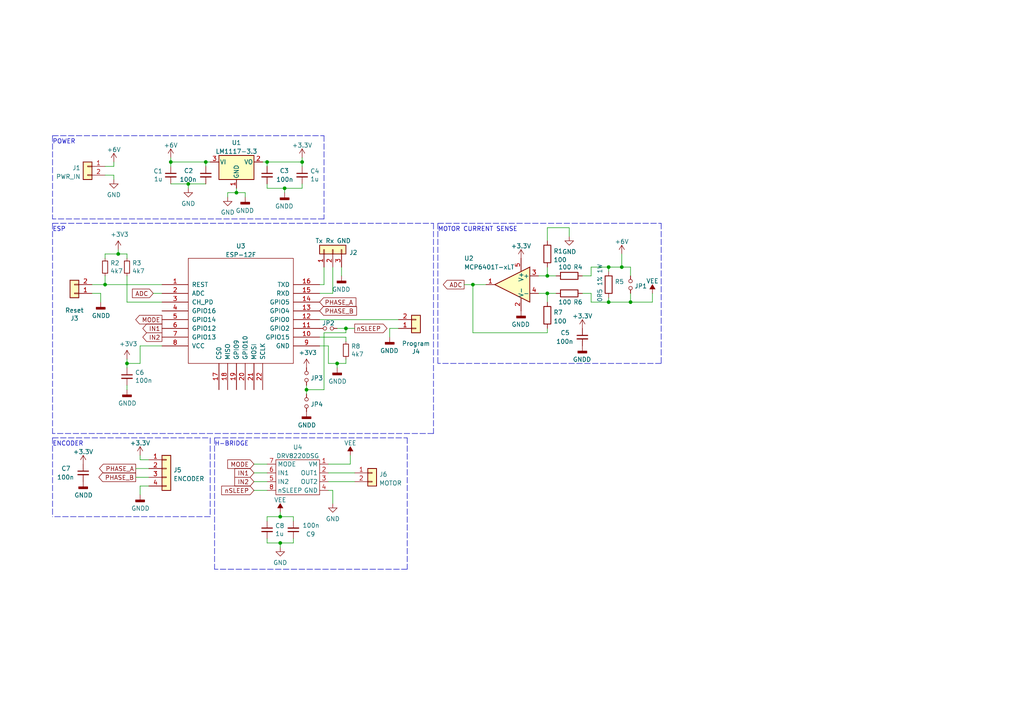
<source format=kicad_sch>
(kicad_sch (version 20211123) (generator eeschema)
  (paper "A4")
  (title_block (title "SmartShades") (date "2023-05-27") (rev "A") (company "Paweł Warzech"))
  (lib_symbols
    (symbol "Amplifier_Operational:MCP6401T-xLT" (pin_names (offset 0.127))
      (property "Reference" "U" (at -1.27 6.35 0))
      (property "Value" "MCP6401T-xLT" (at -1.27 3.81 0))
      (symbol "MCP6401T-xLT_0_1"
        (polyline (pts (xy -5.08 5.08) (xy 5.08 0) (xy -5.08 -5.08) (xy -5.08 5.08)) (stroke (width 0.254)) (fill (type background)))
        (pin power_in line (at -2.54 -7.62 90) (length 3.81) (name "V-") (number "2"))
        (pin power_in line (at -2.54 7.62 270) (length 3.81) (name "V+") (number "5"))
      )
      (symbol "MCP6401T-xLT_1_1"
        (pin output line (at 7.62 0 180) (length 2.54) (name "~") (number "1"))
        (pin input line (at -7.62 2.54 0) (length 2.54) (name "+") (number "3"))
        (pin input line (at -7.62 -2.54 0) (length 2.54) (name "-") (number "4"))
      )
    )
    (symbol "Connector_Generic:Conn_01x02" (pin_names (offset 1.016) hide)
      (property "Reference" "J" (at 0 2.54 0))
      (property "Value" "Conn_01x02" (at 0 -5.08 0))
      (symbol "Conn_01x02_1_1"
        (rectangle (start -1.27 -2.413) (end 0 -2.667) (stroke (width 0.1524)))
        (rectangle (start -1.27 0.127) (end 0 -0.127) (stroke (width 0.1524)))
        (rectangle (start -1.27 1.27) (end 1.27 -3.81) (stroke (width 0.254)) (fill (type background)))
        (pin passive line (at -5.08 0 0) (length 3.81) (name "Pin_1") (number "1"))
        (pin passive line (at -5.08 -2.54 0) (length 3.81) (name "Pin_2") (number "2"))
      )
    )
    (symbol "Connector_Generic:Conn_01x03" (pin_names (offset 1.016) hide)
      (property "Reference" "J" (at 0 5.08 0))
      (property "Value" "Conn_01x03" (at 0 -5.08 0))
      (symbol "Conn_01x03_1_1"
        (rectangle (start -1.27 -2.413) (end 0 -2.667) (stroke (width 0.1524)))
        (rectangle (start -1.27 0.127) (end 0 -0.127) (stroke (width 0.1524)))
        (rectangle (start -1.27 2.667) (end 0 2.413) (stroke (width 0.1524)))
        (rectangle (start -1.27 3.81) (end 1.27 -3.81) (stroke (width 0.254)) (fill (type background)))
        (pin passive line (at -5.08 2.54 0) (length 3.81) (name "Pin_1") (number "1"))
        (pin passive line (at -5.08 0 0) (length 3.81) (name "Pin_2") (number "2"))
        (pin passive line (at -5.08 -2.54 0) (length 3.81) (name "Pin_3") (number "3"))
      )
    )
    (symbol "Connector_Generic:Conn_01x04" (pin_names (offset 1.016) hide)
      (property "Reference" "J" (at 0 5.08 0))
      (property "Value" "Conn_01x04" (at 0 -7.62 0))
      (symbol "Conn_01x04_1_1"
        (rectangle (start -1.27 -4.953) (end 0 -5.207) (stroke (width 0.1524)))
        (rectangle (start -1.27 -2.413) (end 0 -2.667) (stroke (width 0.1524)))
        (rectangle (start -1.27 0.127) (end 0 -0.127) (stroke (width 0.1524)))
        (rectangle (start -1.27 2.667) (end 0 2.413) (stroke (width 0.1524)))
        (rectangle (start -1.27 3.81) (end 1.27 -6.35) (stroke (width 0.254)) (fill (type background)))
        (pin passive line (at -5.08 2.54 0) (length 3.81) (name "Pin_1") (number "1"))
        (pin passive line (at -5.08 0 0) (length 3.81) (name "Pin_2") (number "2"))
        (pin passive line (at -5.08 -2.54 0) (length 3.81) (name "Pin_3") (number "3"))
        (pin passive line (at -5.08 -5.08 0) (length 3.81) (name "Pin_4") (number "4"))
      )
    )
    (symbol "Device:C_Small" (pin_numbers hide) (pin_names (offset 0.254) hide)
      (property "Reference" "C" (at 0.254 1.778 0))
      (property "Value" "C_Small" (at 0.254 -2.032 0))
      (symbol "C_Small_0_1"
        (polyline (pts (xy -1.524 -0.508) (xy 1.524 -0.508)) (stroke (width 0.3302)))
        (polyline (pts (xy -1.524 0.508) (xy 1.524 0.508)) (stroke (width 0.3048)))
      )
      (symbol "C_Small_1_1"
        (pin passive line (at 0 2.54 270) (length 2.032) (name "~") (number "1"))
        (pin passive line (at 0 -2.54 90) (length 2.032) (name "~") (number "2"))
      )
    )
    (symbol "Device:R" (pin_numbers hide) (pin_names (offset 0))
      (property "Reference" "R" (at 2.032 0 90))
      (property "Value" "R" (at 0 0 90))
      (symbol "R_0_1"
        (rectangle (start -1.016 -2.54) (end 1.016 2.54) (stroke (width 0.254)))
      )
      (symbol "R_1_1"
        (pin passive line (at 0 3.81 270) (length 1.27) (name "~") (number "1"))
        (pin passive line (at 0 -3.81 90) (length 1.27) (name "~") (number "2"))
      )
    )
    (symbol "Device:R_Small" (pin_numbers hide) (pin_names (offset 0.254) hide)
      (property "Reference" "R" (at 0.762 0.508 0))
      (property "Value" "R_Small" (at 0.762 -1.016 0))
      (symbol "R_Small_0_1"
        (rectangle (start -0.762 1.778) (end 0.762 -1.778) (stroke (width 0.2032)))
      )
      (symbol "R_Small_1_1"
        (pin passive line (at 0 2.54 270) (length 0.762) (name "~") (number "1"))
        (pin passive line (at 0 -2.54 90) (length 0.762) (name "~") (number "2"))
      )
    )
    (symbol "ESP8266:ESP-12F" (pin_names (offset 1.016))
      (property "Reference" "U" (at 0 -2.54 0))
      (property "Value" "ESP-12F" (at 0 2.54 0))
      (symbol "ESP-12F_1_0"
        (rectangle (start -15.24 -15.24) (end 15.24 15.24))
      )
      (symbol "ESP-12F_1_1"
        (pin input line (at -22.86 7.62 0) (length 7.62) (name "REST") (number "1"))
        (pin bidirectional line (at 22.86 -7.62 180) (length 7.62) (name "GPIO15") (number "10"))
        (pin bidirectional line (at 22.86 -5.08 180) (length 7.62) (name "GPIO2") (number "11"))
        (pin bidirectional line (at 22.86 -2.54 180) (length 7.62) (name "GPIO0") (number "12"))
        (pin bidirectional line (at 22.86 0 180) (length 7.62) (name "GPIO4") (number "13"))
        (pin bidirectional line (at 22.86 2.54 180) (length 7.62) (name "GPIO5") (number "14"))
        (pin input line (at 22.86 5.08 180) (length 7.62) (name "RXD") (number "15"))
        (pin output line (at 22.86 7.62 180) (length 7.62) (name "TXD") (number "16"))
        (pin bidirectional line (at -6.35 -22.86 90) (length 7.62) (name "CS0") (number "17"))
        (pin bidirectional line (at -3.81 -22.86 90) (length 7.62) (name "MISO") (number "18"))
        (pin bidirectional line (at -1.27 -22.86 90) (length 7.62) (name "GPIO9") (number "19"))
        (pin passive line (at -22.86 5.08 0) (length 7.62) (name "ADC") (number "2"))
        (pin bidirectional line (at 1.27 -22.86 90) (length 7.62) (name "GPIO10") (number "20"))
        (pin bidirectional line (at 3.81 -22.86 90) (length 7.62) (name "MOSI") (number "21"))
        (pin bidirectional line (at 6.35 -22.86 90) (length 7.62) (name "SCLK") (number "22"))
        (pin input line (at -22.86 2.54 0) (length 7.62) (name "CH_PD") (number "3"))
        (pin bidirectional line (at -22.86 0 0) (length 7.62) (name "GPIO16") (number "4"))
        (pin bidirectional line (at -22.86 -2.54 0) (length 7.62) (name "GPIO14") (number "5"))
        (pin bidirectional line (at -22.86 -5.08 0) (length 7.62) (name "GPIO12") (number "6"))
        (pin bidirectional line (at -22.86 -7.62 0) (length 7.62) (name "GPIO13") (number "7"))
        (pin power_in line (at -22.86 -10.16 0) (length 7.62) (name "VCC") (number "8"))
        (pin power_in line (at 22.86 -10.16 180) (length 7.62) (name "GND") (number "9"))
      )
    )
    (symbol "Regulator_Linear:LM1117-3.3" (pin_names (offset 0.254))
      (property "Reference" "U" (at -3.81 3.175 0))
      (property "Value" "LM1117-3.3" (at 0 3.175 0))
      (symbol "LM1117-3.3_0_1"
        (rectangle (start -5.08 -5.08) (end 5.08 1.905) (stroke (width 0.254)) (fill (type background)))
      )
      (symbol "LM1117-3.3_1_1"
        (pin power_in line (at 0 -7.62 90) (length 2.54) (name "GND") (number "1"))
        (pin power_out line (at 7.62 0 180) (length 2.54) (name "VO") (number "2"))
        (pin power_in line (at -7.62 0 0) (length 2.54) (name "VI") (number "3"))
      )
    )
    (symbol "WifiSensor-rescue:+3.3V-power" (power) (pin_names (offset 0))
      (property "Value" "+3.3V-power" (at 0 3.556 0))
      (symbol "+3.3V-power_0_1"
        (polyline (pts (xy -0.762 1.27) (xy 0 2.54)))
        (polyline (pts (xy 0 0) (xy 0 2.54)))
        (polyline (pts (xy 0 2.54) (xy 0.762 1.27)))
      )
      (symbol "+3.3V-power_1_1"
        (pin power_in line (at 0 0 90) (length 0) hide (name "+3V3") (number "1"))
      )
    )
    (symbol "device:Jumper_NO_Small" (pin_numbers hide) (pin_names (offset 0.762) hide)
      (property "Reference" "JP" (at 0 2.032 0))
      (symbol "Jumper_NO_Small_0_1"
        (circle (center -1.016 0) (radius 0.508))
        (circle (center 1.016 0) (radius 0.508))
        (pin passive line (at -2.54 0 0) (length 1.016) (name "1") (number "1"))
        (pin passive line (at 2.54 0 180) (length 1.016) (name "2") (number "2"))
      )
    )
    (symbol "drv8220:DRV8220DSG"
      (property "Reference" "U20" (at 0 8.729 0))
      (property "Value" "DRV8220DSG" (at 0 6.1921 0))
      (symbol "DRV8220DSG_0_1"
        (rectangle (start -6.35 5.08) (end 6.35 -5.08) (stroke (width 0.1524)))
      )
      (symbol "DRV8220DSG_1_1"
        (pin power_in line (at 8.89 3.81 180) (length 2.54) (name "VM") (number "1"))
        (pin power_in line (at 8.89 1.27 180) (length 2.54) (name "OUT1") (number "2"))
        (pin output line (at 8.89 -1.27 180) (length 2.54) (name "OUT2") (number "3"))
        (pin power_in line (at 8.89 -3.81 180) (length 2.54) (name "GND") (number "4"))
        (pin input line (at -8.89 -1.27 0) (length 2.54) (name "IN2") (number "5"))
        (pin input line (at -8.89 1.27 0) (length 2.54) (name "IN1") (number "6"))
        (pin input line (at -8.89 3.81 0) (length 2.54) (name "MODE") (number "7"))
        (pin power_in line (at -8.89 -3.81 0) (length 2.54) (name "nSLEEP") (number "8"))
        (pin passive line (at 8.89 -3.81 180) (length 2.54) hide (name "Pad") (number "9"))
      )
    )
    (symbol "power:+3.3V" (power) (pin_names (offset 0))
      (property "Value" "+3.3V" (at 0 3.556 0))
      (symbol "+3.3V_0_1"
        (polyline (pts (xy -0.762 1.27) (xy 0 2.54)))
        (polyline (pts (xy 0 0) (xy 0 2.54)))
        (polyline (pts (xy 0 2.54) (xy 0.762 1.27)))
      )
      (symbol "+3.3V_1_1"
        (pin power_in line (at 0 0 90) (length 0) hide (name "+3.3V") (number "1"))
      )
    )
    (symbol "power:+6V" (power) (pin_names (offset 0))
      (property "Value" "+6V" (at 0 3.556 0))
      (symbol "+6V_0_1"
        (polyline (pts (xy -0.762 1.27) (xy 0 2.54)))
        (polyline (pts (xy 0 0) (xy 0 2.54)))
        (polyline (pts (xy 0 2.54) (xy 0.762 1.27)))
      )
      (symbol "+6V_1_1"
        (pin power_in line (at 0 0 90) (length 0) hide (name "+6V") (number "1"))
      )
    )
    (symbol "power:GND" (power) (pin_names (offset 0))
      (property "Value" "GND" (at 0 -3.81 0))
      (symbol "GND_0_1"
        (polyline (pts (xy 0 0) (xy 0 -1.27) (xy 1.27 -1.27) (xy 0 -2.54) (xy -1.27 -1.27) (xy 0 -1.27)))
      )
      (symbol "GND_1_1"
        (pin power_in line (at 0 0 270) (length 0) hide (name "GND") (number "1"))
      )
    )
    (symbol "power:GNDD" (power) (pin_names (offset 0))
      (property "Value" "GNDD" (at 0 -3.175 0))
      (symbol "GNDD_0_1"
        (rectangle (start -1.27 -1.524) (end 1.27 -2.032) (stroke (width 0.254)) (fill (type outline)))
        (polyline (pts (xy 0 0) (xy 0 -1.524)))
      )
      (symbol "GNDD_1_1"
        (pin power_in line (at 0 0 270) (length 0) hide (name "GNDD") (number "1"))
      )
    )
    (symbol "power:VEE" (power) (pin_names (offset 0))
      (property "Value" "VEE" (at 0 3.81 0))
      (symbol "VEE_0_1"
        (polyline (pts (xy 0 0) (xy 0 2.54)))
        (polyline (pts (xy 0.762 1.27) (xy -0.762 1.27) (xy 0 2.54) (xy 0.762 1.27)) (fill (type outline)))
      )
      (symbol "VEE_1_1"
        (pin power_in line (at 0 0 90) (length 0) hide (name "VEE") (number "1"))
      )
    )
  )
  (junction (at 176.53 77.47))
  (junction (at 100.33 95.25))
  (junction (at 82.55 54.61))
  (junction (at 81.28 157.48))
  (junction (at 182.88 87.63))
  (junction (at 180.34 77.47))
  (junction (at 49.53 46.99))
  (junction (at 88.9 113.03))
  (junction (at 158.75 80.01))
  (junction (at 81.28 149.86))
  (junction (at 54.61 53.34))
  (junction (at 68.58 55.88))
  (junction (at 176.53 87.63))
  (junction (at 137.16 82.55))
  (junction (at 97.79 105.41))
  (junction (at 34.29 73.66))
  (junction (at 30.48 82.55))
  (junction (at 77.47 46.99))
  (junction (at 36.83 105.41))
  (junction (at 158.75 85.09))
  (junction (at 87.63 46.99))
  (junction (at 59.69 46.99))
  (wire (pts (xy 36.83 87.63) (xy 46.99 87.63)))
  (wire (pts (xy 158.75 96.52) (xy 137.16 96.52)))
  (wire (pts (xy 59.69 46.99) (xy 59.69 48.26)))
  (wire (pts (xy 81.28 149.86) (xy 81.28 148.59)))
  (polyline (pts (xy 127 64.77) (xy 127 105.41)))
  (wire (pts (xy 171.45 85.09) (xy 171.45 87.63)))
  (wire (pts (xy 92.71 97.79) (xy 100.33 97.79)))
  (wire (pts (xy 36.83 80.01) (xy 36.83 87.63)))
  (wire (pts (xy 97.79 106.68) (xy 97.79 105.41)))
  (wire (pts (xy 95.25 100.33) (xy 92.71 100.33)))
  (polyline (pts (xy 93.98 63.5) (xy 15.24 63.5)))
  (polyline (pts (xy 15.24 127) (xy 60.96 127)))
  (wire (pts (xy 34.29 73.66) (xy 36.83 73.66)))
  (wire (pts (xy 134.62 82.55) (xy 137.16 82.55)))
  (wire (pts (xy 49.53 46.99) (xy 49.53 48.26)))
  (wire (pts (xy 40.64 133.35) (xy 43.18 133.35)))
  (wire (pts (xy 158.75 66.04) (xy 165.1 66.04)))
  (polyline (pts (xy 15.24 127) (xy 15.24 149.86)))
  (wire (pts (xy 73.66 142.24) (xy 77.47 142.24)))
  (wire (pts (xy 100.33 97.79) (xy 100.33 99.06)))
  (wire (pts (xy 76.2 46.99) (xy 77.47 46.99)))
  (wire (pts (xy 158.75 80.01) (xy 161.29 80.01)))
  (wire (pts (xy 82.55 54.61) (xy 82.55 55.88)))
  (wire (pts (xy 176.53 87.63) (xy 182.88 87.63)))
  (wire (pts (xy 81.28 149.86) (xy 85.09 149.86)))
  (wire (pts (xy 95.25 137.16) (xy 102.87 137.16)))
  (wire (pts (xy 97.79 95.25) (xy 100.33 95.25)))
  (polyline (pts (xy 15.24 64.77) (xy 125.73 64.77)))
  (wire (pts (xy 36.83 73.66) (xy 36.83 74.93)))
  (wire (pts (xy 156.21 85.09) (xy 158.75 85.09)))
  (wire (pts (xy 92.71 82.55) (xy 93.98 82.55)))
  (wire (pts (xy 26.67 85.09) (xy 29.21 85.09)))
  (polyline (pts (xy 127 64.77) (xy 191.77 64.77)))
  (polyline (pts (xy 15.24 64.77) (xy 15.24 125.73)))
  (wire (pts (xy 73.66 134.62) (xy 77.47 134.62)))
  (polyline (pts (xy 118.11 127) (xy 118.11 165.1)))
  (wire (pts (xy 158.75 95.25) (xy 158.75 96.52)))
  (wire (pts (xy 99.06 80.01) (xy 99.06 77.47)))
  (polyline (pts (xy 15.24 39.37) (xy 15.24 63.5)))
  (wire (pts (xy 77.47 53.34) (xy 77.47 54.61)))
  (wire (pts (xy 100.33 105.41) (xy 100.33 104.14)))
  (wire (pts (xy 113.03 95.25) (xy 115.57 95.25)))
  (wire (pts (xy 176.53 77.47) (xy 180.34 77.47)))
  (wire (pts (xy 95.25 139.7) (xy 102.87 139.7)))
  (wire (pts (xy 176.53 86.36) (xy 176.53 87.63)))
  (wire (pts (xy 92.71 85.09) (xy 96.52 85.09)))
  (wire (pts (xy 137.16 96.52) (xy 137.16 82.55)))
  (wire (pts (xy 40.64 132.08) (xy 40.64 133.35)))
  (wire (pts (xy 96.52 142.24) (xy 96.52 146.05)))
  (polyline (pts (xy 191.77 64.77) (xy 191.77 105.41)))
  (wire (pts (xy 40.64 105.41) (xy 40.64 100.33)))
  (wire (pts (xy 44.45 85.09) (xy 46.99 85.09)))
  (wire (pts (xy 77.47 156.21) (xy 77.47 157.48)))
  (wire (pts (xy 33.02 50.8) (xy 33.02 52.07)))
  (wire (pts (xy 88.9 113.03) (xy 93.98 113.03)))
  (wire (pts (xy 36.83 105.41) (xy 36.83 106.68)))
  (polyline (pts (xy 191.77 105.41) (xy 127 105.41)))
  (wire (pts (xy 68.58 54.61) (xy 68.58 55.88)))
  (wire (pts (xy 40.64 100.33) (xy 46.99 100.33)))
  (wire (pts (xy 59.69 46.99) (xy 60.96 46.99)))
  (wire (pts (xy 77.47 149.86) (xy 81.28 149.86)))
  (wire (pts (xy 40.64 143.51) (xy 40.64 140.97)))
  (wire (pts (xy 100.33 96.52) (xy 100.33 95.25)))
  (wire (pts (xy 30.48 82.55) (xy 46.99 82.55)))
  (wire (pts (xy 165.1 66.04) (xy 165.1 68.58)))
  (wire (pts (xy 180.34 73.66) (xy 180.34 77.47)))
  (wire (pts (xy 97.79 105.41) (xy 100.33 105.41)))
  (wire (pts (xy 93.98 96.52) (xy 100.33 96.52)))
  (wire (pts (xy 85.09 157.48) (xy 85.09 156.21)))
  (wire (pts (xy 158.75 85.09) (xy 158.75 87.63)))
  (polyline (pts (xy 125.73 64.77) (xy 125.73 125.73)))
  (wire (pts (xy 30.48 82.55) (xy 26.67 82.55)))
  (wire (pts (xy 49.53 46.99) (xy 59.69 46.99)))
  (wire (pts (xy 54.61 53.34) (xy 59.69 53.34)))
  (wire (pts (xy 30.48 74.93) (xy 30.48 73.66)))
  (wire (pts (xy 49.53 45.72) (xy 49.53 46.99)))
  (wire (pts (xy 171.45 77.47) (xy 176.53 77.47)))
  (wire (pts (xy 87.63 48.26) (xy 87.63 46.99)))
  (wire (pts (xy 33.02 48.26) (xy 33.02 46.99)))
  (wire (pts (xy 81.28 157.48) (xy 81.28 158.75)))
  (wire (pts (xy 171.45 87.63) (xy 176.53 87.63)))
  (wire (pts (xy 95.25 142.24) (xy 96.52 142.24)))
  (wire (pts (xy 88.9 111.76) (xy 88.9 113.03)))
  (wire (pts (xy 156.21 80.01) (xy 158.75 80.01)))
  (wire (pts (xy 168.91 80.01) (xy 171.45 80.01)))
  (polyline (pts (xy 62.23 127) (xy 62.23 165.1)))
  (wire (pts (xy 39.37 138.43) (xy 43.18 138.43)))
  (wire (pts (xy 180.34 77.47) (xy 182.88 77.47)))
  (wire (pts (xy 68.58 55.88) (xy 71.12 55.88)))
  (wire (pts (xy 77.47 157.48) (xy 81.28 157.48)))
  (wire (pts (xy 171.45 80.01) (xy 171.45 77.47)))
  (wire (pts (xy 30.48 48.26) (xy 33.02 48.26)))
  (wire (pts (xy 77.47 54.61) (xy 82.55 54.61)))
  (polyline (pts (xy 15.24 39.37) (xy 93.98 39.37)))
  (wire (pts (xy 95.25 134.62) (xy 101.6 134.62)))
  (wire (pts (xy 30.48 82.55) (xy 30.48 80.01)))
  (wire (pts (xy 100.33 95.25) (xy 102.87 95.25)))
  (wire (pts (xy 87.63 54.61) (xy 87.63 53.34)))
  (wire (pts (xy 182.88 85.09) (xy 182.88 87.63)))
  (wire (pts (xy 77.47 46.99) (xy 87.63 46.99)))
  (wire (pts (xy 77.47 46.99) (xy 77.47 48.26)))
  (wire (pts (xy 36.83 113.03) (xy 36.83 111.76)))
  (wire (pts (xy 73.66 137.16) (xy 77.47 137.16)))
  (wire (pts (xy 92.71 92.71) (xy 115.57 92.71)))
  (wire (pts (xy 158.75 77.47) (xy 158.75 80.01)))
  (polyline (pts (xy 60.96 127) (xy 60.96 149.86)))
  (wire (pts (xy 36.83 104.14) (xy 36.83 105.41)))
  (wire (pts (xy 77.47 151.13) (xy 77.47 149.86)))
  (wire (pts (xy 30.48 73.66) (xy 34.29 73.66)))
  (wire (pts (xy 168.91 85.09) (xy 171.45 85.09)))
  (wire (pts (xy 158.75 85.09) (xy 161.29 85.09)))
  (wire (pts (xy 29.21 85.09) (xy 29.21 87.63)))
  (wire (pts (xy 137.16 82.55) (xy 140.97 82.55)))
  (wire (pts (xy 49.53 53.34) (xy 54.61 53.34)))
  (wire (pts (xy 40.64 140.97) (xy 43.18 140.97)))
  (wire (pts (xy 66.04 55.88) (xy 66.04 57.15)))
  (wire (pts (xy 39.37 135.89) (xy 43.18 135.89)))
  (wire (pts (xy 189.23 85.09) (xy 189.23 87.63)))
  (wire (pts (xy 30.48 50.8) (xy 33.02 50.8)))
  (polyline (pts (xy 118.11 165.1) (xy 62.23 165.1)))
  (wire (pts (xy 85.09 149.86) (xy 85.09 151.13)))
  (polyline (pts (xy 93.98 39.37) (xy 93.98 63.5)))
  (wire (pts (xy 66.04 55.88) (xy 68.58 55.88)))
  (polyline (pts (xy 60.96 149.86) (xy 15.24 149.86)))
  (wire (pts (xy 71.12 55.88) (xy 71.12 57.15)))
  (wire (pts (xy 182.88 80.01) (xy 182.88 77.47)))
  (wire (pts (xy 158.75 69.85) (xy 158.75 66.04)))
  (wire (pts (xy 96.52 77.47) (xy 96.52 85.09)))
  (wire (pts (xy 88.9 113.03) (xy 88.9 114.3)))
  (wire (pts (xy 113.03 97.79) (xy 113.03 95.25)))
  (wire (pts (xy 95.25 100.33) (xy 95.25 105.41)))
  (wire (pts (xy 82.55 54.61) (xy 87.63 54.61)))
  (polyline (pts (xy 62.23 127) (xy 118.11 127)))
  (wire (pts (xy 34.29 73.66) (xy 34.29 72.39)))
  (wire (pts (xy 97.79 105.41) (xy 95.25 105.41)))
  (wire (pts (xy 54.61 53.34) (xy 54.61 54.61)))
  (wire (pts (xy 87.63 45.72) (xy 87.63 46.99)))
  (wire (pts (xy 176.53 77.47) (xy 176.53 78.74)))
  (wire (pts (xy 73.66 139.7) (xy 77.47 139.7)))
  (wire (pts (xy 36.83 105.41) (xy 40.64 105.41)))
  (wire (pts (xy 93.98 113.03) (xy 93.98 96.52)))
  (wire (pts (xy 182.88 87.63) (xy 189.23 87.63)))
  (wire (pts (xy 93.98 77.47) (xy 93.98 82.55)))
  (polyline (pts (xy 125.73 125.73) (xy 15.24 125.73)))
  (wire (pts (xy 101.6 132.08) (xy 101.6 134.62)))
  (wire (pts (xy 81.28 157.48) (xy 85.09 157.48)))
  (text "POWER\n" (at 15.24 41.91 0) (effects (font (size 1.27 1.27)) (justify left bottom)))
  (text "MOTOR CURRENT SENSE\n" (at 127 67.31 0) (effects (font (size 1.27 1.27)) (justify left bottom)))
  (text "ENCODER" (at 15.24 129.54 0) (effects (font (size 1.27 1.27)) (justify left bottom)))
  (text "H-BRIDGE" (at 62.23 129.54 0) (effects (font (size 1.27 1.27)) (justify left bottom)))
  (text "ESP\n" (at 15.24 67.31 0) (effects (font (size 1.27 1.27)) (justify left bottom)))
  (global_label "PHASE_B" (shape input) (at 92.71 90.17 0) (property "Intersheet References" "${INTERSHEET_REFS}" (effects hide)))
  (global_label "IN2" (shape output) (at 46.99 97.79 180) (property "Intersheet References" "${INTERSHEET_REFS}" (effects hide)))
  (global_label "MODE" (shape input) (at 73.66 134.62 180) (property "Intersheet References" "${INTERSHEET_REFS}" (effects hide)))
  (global_label "IN1" (shape output) (at 46.99 95.25 180) (property "Intersheet References" "${INTERSHEET_REFS}" (effects hide)))
  (global_label "IN1" (shape input) (at 73.66 137.16 180) (property "Intersheet References" "${INTERSHEET_REFS}" (effects hide)))
  (global_label "PHASE_A" (shape input) (at 92.71 87.63 0) (property "Intersheet References" "${INTERSHEET_REFS}" (effects hide)))
  (global_label "PHASE_B" (shape output) (at 39.37 138.43 180) (property "Intersheet References" "${INTERSHEET_REFS}" (effects hide)))
  (global_label "ADC" (shape output) (at 134.62 82.55 180) (property "Intersheet References" "${INTERSHEET_REFS}" (effects hide)))
  (global_label "IN2" (shape input) (at 73.66 139.7 180) (property "Intersheet References" "${INTERSHEET_REFS}" (effects hide)))
  (global_label "nSLEEP" (shape input) (at 73.66 142.24 180) (property "Intersheet References" "${INTERSHEET_REFS}" (effects hide)))
  (global_label "nSLEEP" (shape output) (at 102.87 95.25 0) (property "Intersheet References" "${INTERSHEET_REFS}" (effects hide)))
  (global_label "ADC" (shape input) (at 44.45 85.09 180) (property "Intersheet References" "${INTERSHEET_REFS}" (effects hide)))
  (global_label "PHASE_A" (shape output) (at 39.37 135.89 180) (property "Intersheet References" "${INTERSHEET_REFS}" (effects hide)))
  (global_label "MODE" (shape output) (at 46.99 92.71 180) (property "Intersheet References" "${INTERSHEET_REFS}" (effects hide)))
  (symbol (lib_id "ESP8266:ESP-12F") (at 69.85 90.17 0) (unit 1)
    (property "Reference" "U3" (at 69.85 71.3572 0))
    (property "Value" "ESP-12F" (at 69.85 73.8941 0))
    (property "Footprint" "ESP8266:ESP-12E_SMD" (effects hide))
    (property "Datasheet" "http://l0l.org.uk/2014/12/esp8266-modules-hardware-guide-gotta-catch-em-all/" (effects hide))
  )
  (symbol (lib_id "power:GNDD") (at 82.55 55.88 0) (mirror y) (unit 1)
    (property "Reference" "#PWR06" (effects hide))
    (property "Value" "GNDD" (at 82.4484 59.817 0))
  )
  (symbol (lib_id "power:+6V") (at 49.53 45.72 0) (mirror y) (unit 1)
    (property "Reference" "#PWR01" (effects hide))
    (property "Value" "+6V" (at 49.53 42.1442 0))
  )
  (symbol (lib_id "power:GNDD") (at 40.64 143.51 0) (unit 1)
    (property "Reference" "#PWR026" (effects hide))
    (property "Value" "GNDD" (at 40.7416 147.447 0))
  )
  (symbol (lib_id "power:GND") (at 96.52 146.05 0) (unit 1)
    (property "Reference" "#PWR027" (effects hide))
    (property "Value" "GND" (at 96.52 150.4934 0))
  )
  (symbol (lib_id "Device:C_Small") (at 36.83 109.22 0) (unit 1)
    (property "Reference" "C6" (at 39.1668 108.0516 0) (effects (justify left)))
    (property "Value" "100n" (at 39.1668 110.363 0) (effects (justify left)))
    (property "Footprint" "Capacitor_SMD:C_0805_2012Metric" (effects hide))
  )
  (symbol (lib_id "Device:C_Small") (at 77.47 50.8 0) (mirror y) (unit 1)
    (property "Reference" "C3" (at 83.82 49.53 0) (effects (justify left)))
    (property "Value" "100n" (at 85.09 52.07 0) (effects (justify left)))
    (property "Footprint" "Capacitor_SMD:C_0805_2012Metric" (effects hide))
  )
  (symbol (lib_id "power:GNDD") (at 88.9 119.38 0) (unit 1)
    (property "Reference" "#PWR021" (effects hide))
    (property "Value" "GNDD" (at 89.0016 123.317 0))
  )
  (symbol (lib_id "power:GND") (at 66.04 57.15 0) (mirror y) (unit 1)
    (property "Reference" "#PWR07" (effects hide))
    (property "Value" "GND" (at 66.04 61.5934 0))
  )
  (symbol (lib_id "device:Jumper_NO_Small") (at 182.88 82.55 270) (unit 1)
    (property "Reference" "JP1" (at 184.023 82.9838 90) (effects (justify left)))
    (property "Value" "Jumper_NO_Small" (effects hide))
    (property "Footprint" "Jumper:SolderJumper-2_P1.3mm_Open_RoundedPad1.0x1.5mm" (effects hide))
  )
  (symbol (lib_id "Device:R") (at 165.1 80.01 90) (unit 1)
    (property "Reference" "R4" (at 167.64 77.47 90))
    (property "Value" "100" (at 163.83 77.47 90))
    (property "Footprint" "Resistor_SMD:R_0805_2012Metric" (effects hide))
  )
  (symbol (lib_id "power:GND") (at 165.1 68.58 0) (unit 1)
    (property "Reference" "#PWR09" (effects hide))
    (property "Value" "GND" (at 165.1 73.0234 0))
  )
  (symbol (lib_id "WifiSensor-rescue:+3.3V-power") (at 34.29 72.39 0) (unit 1)
    (property "Reference" "#U01" (effects hide))
    (property "Value" "+3.3V" (at 34.671 67.9958 0))
  )
  (symbol (lib_id "power:GNDD") (at 29.21 87.63 0) (unit 1)
    (property "Reference" "#PWR014" (effects hide))
    (property "Value" "GNDD" (at 29.3116 91.567 0))
  )
  (symbol (lib_id "power:GNDD") (at 36.83 113.03 0) (unit 1)
    (property "Reference" "#PWR020" (effects hide))
    (property "Value" "GNDD" (at 36.9316 116.967 0))
  )
  (symbol (lib_id "power:VEE") (at 101.6 132.08 0) (unit 1)
    (property "Reference" "#PWR023" (effects hide))
    (property "Value" "VEE" (at 101.6 128.5042 0))
  )
  (symbol (lib_id "Device:C_Small") (at 77.47 153.67 0) (unit 1)
    (property "Reference" "C8" (at 79.8068 152.5016 0) (effects (justify left)))
    (property "Value" "1u" (at 79.8068 154.813 0) (effects (justify left)))
    (property "Footprint" "Capacitor_SMD:C_0805_2012Metric" (effects hide))
  )
  (symbol (lib_id "power:+3.3V") (at 24.13 134.62 0) (unit 1)
    (property "Reference" "#PWR024" (effects hide))
    (property "Value" "+3.3V" (at 24.13 131.0442 0))
  )
  (symbol (lib_id "Connector_Generic:Conn_01x02") (at 21.59 85.09 180) (unit 1)
    (property "Reference" "J3" (at 21.59 92.329 0))
    (property "Value" "Reset" (at 21.59 90.0176 0))
    (property "Footprint" "Jumper:SolderJumper-2_P1.3mm_Open_RoundedPad1.0x1.5mm" (effects hide))
  )
  (symbol (lib_id "power:+6V") (at 180.34 73.66 0) (unit 1)
    (property "Reference" "#PWR010" (effects hide))
    (property "Value" "+6V" (at 180.34 70.0842 0))
  )
  (symbol (lib_id "power:+3.3V") (at 87.63 45.72 0) (unit 1)
    (property "Reference" "#PWR02" (effects hide))
    (property "Value" "+3.3V" (at 87.63 42.1442 0))
  )
  (symbol (lib_id "Device:R") (at 165.1 85.09 90) (unit 1)
    (property "Reference" "R6" (at 167.64 87.63 90))
    (property "Value" "100" (at 163.83 87.63 90))
    (property "Footprint" "Resistor_SMD:R_0805_2012Metric" (effects hide))
  )
  (symbol (lib_id "power:GNDD") (at 97.79 106.68 0) (unit 1)
    (property "Reference" "#PWR019" (effects hide))
    (property "Value" "GNDD" (at 97.8916 110.617 0))
  )
  (symbol (lib_id "Device:C_Small") (at 87.63 50.8 0) (unit 1)
    (property "Reference" "C4" (at 89.9668 49.6316 0) (effects (justify left)))
    (property "Value" "1u" (at 89.9668 51.943 0) (effects (justify left)))
    (property "Footprint" "Capacitor_SMD:C_0805_2012Metric" (effects hide))
  )
  (symbol (lib_id "power:+3.3V") (at 40.64 132.08 0) (unit 1)
    (property "Reference" "#PWR022" (effects hide))
    (property "Value" "+3.3V" (at 40.64 128.5042 0))
  )
  (symbol (lib_id "power:GND") (at 81.28 158.75 0) (unit 1)
    (property "Reference" "#PWR029" (effects hide))
    (property "Value" "GND" (at 81.28 163.1934 0))
  )
  (symbol (lib_id "power:VEE") (at 81.28 148.59 0) (unit 1)
    (property "Reference" "#PWR028" (effects hide))
    (property "Value" "VEE" (at 81.28 145.0142 0))
  )
  (symbol (lib_id "Device:C_Small") (at 85.09 153.67 180) (unit 1)
    (property "Reference" "C9" (at 91.44 154.94 0) (effects (justify left)))
    (property "Value" "100n" (at 92.71 152.4 0) (effects (justify left)))
    (property "Footprint" "Capacitor_SMD:C_0805_2012Metric" (effects hide))
  )
  (symbol (lib_id "Connector_Generic:Conn_01x04") (at 48.26 135.89 0) (unit 1)
    (property "Reference" "J5" (at 50.292 136.3253 0) (effects (justify left)))
    (property "Value" "ENCODER" (at 50.292 138.8622 0) (effects (justify left)))
    (property "Footprint" "Connector_Harwin:Harwin_M20-89004xx_1x04_P2.54mm_Horizontal" (effects hide))
  )
  (symbol (lib_id "Device:R") (at 158.75 91.44 0) (unit 1)
    (property "Reference" "R7" (at 160.528 90.6053 0) (effects (justify left)))
    (property "Value" "100" (at 160.528 93.1422 0) (effects (justify left)))
    (property "Footprint" "Resistor_SMD:R_0805_2012Metric" (effects hide))
  )
  (symbol (lib_id "power:GNDD") (at 113.03 97.79 0) (mirror y) (unit 1)
    (property "Reference" "#PWR017" (effects hide))
    (property "Value" "GNDD" (at 112.9284 101.727 0))
  )
  (symbol (lib_id "drv8220:DRV8220DSG") (at 86.36 138.43 0) (unit 1)
    (property "Reference" "U4" (at 86.36 129.701 0))
    (property "Value" "DRV8220DSG" (at 86.36 132.2379 0))
    (property "Footprint" "Package_SON:WSON-8-1EP_2x2mm_P0.5mm_EP0.9x1.6mm" (effects hide))
  )
  (symbol (lib_id "Device:C_Small") (at 168.91 97.79 0) (unit 1)
    (property "Reference" "C5" (at 162.56 96.52 0) (effects (justify left)))
    (property "Value" "100n" (at 161.29 99.06 0) (effects (justify left)))
    (property "Footprint" "Capacitor_SMD:C_0805_2012Metric" (effects hide))
  )
  (symbol (lib_id "Device:C_Small") (at 59.69 50.8 0) (unit 1)
    (property "Reference" "C2" (at 53.34 49.53 0) (effects (justify left)))
    (property "Value" "100n" (at 52.07 52.07 0) (effects (justify left)))
    (property "Footprint" "Capacitor_SMD:C_0805_2012Metric" (effects hide))
  )
  (symbol (lib_id "device:Jumper_NO_Small") (at 95.25 95.25 0) (unit 1)
    (property "Reference" "JP2" (at 95.25 93.7062 0))
    (property "Value" "Jumper_NO_Small" (effects hide))
    (property "Footprint" "Jumper:SolderJumper-2_P1.3mm_Open_RoundedPad1.0x1.5mm" (effects hide))
  )
  (symbol (lib_id "WifiSensor-rescue:+3.3V-power") (at 36.83 104.14 0) (unit 1)
    (property "Reference" "#U02" (effects hide))
    (property "Value" "+3.3V" (at 37.211 99.7458 0))
  )
  (symbol (lib_id "power:GND") (at 33.02 52.07 0) (mirror y) (unit 1)
    (property "Reference" "#PWR04" (effects hide))
    (property "Value" "GND" (at 33.02 56.5134 0))
  )
  (symbol (lib_id "power:+6V") (at 33.02 46.99 0) (mirror y) (unit 1)
    (property "Reference" "#PWR03" (effects hide))
    (property "Value" "+6V" (at 33.02 43.4142 0))
  )
  (symbol (lib_id "power:+3.3V") (at 168.91 95.25 0) (unit 1)
    (property "Reference" "#PWR016" (effects hide))
    (property "Value" "+3.3V" (at 168.91 91.6742 0))
  )
  (symbol (lib_id "device:Jumper_NO_Small") (at 88.9 109.22 270) (unit 1)
    (property "Reference" "JP3" (at 90.043 109.6538 90) (effects (justify left)))
    (property "Value" "Jumper_NO_Small" (effects hide))
    (property "Footprint" "Jumper:SolderJumper-2_P1.3mm_Open_RoundedPad1.0x1.5mm" (effects hide))
  )
  (symbol (lib_id "Connector_Generic:Conn_01x02") (at 120.65 95.25 0) (mirror x) (unit 1)
    (property "Reference" "J4" (at 120.65 101.9556 0))
    (property "Value" "Program" (at 120.65 99.6442 0))
    (property "Footprint" "Jumper:SolderJumper-2_P1.3mm_Open_RoundedPad1.0x1.5mm" (effects hide))
  )
  (symbol (lib_id "WifiSensor-rescue:+3.3V-power") (at 88.9 106.68 0) (unit 1)
    (property "Reference" "#U03" (effects hide))
    (property "Value" "+3.3V" (at 89.281 102.2858 0))
  )
  (symbol (lib_id "Regulator_Linear:LM1117-3.3") (at 68.58 46.99 0) (unit 1)
    (property "Reference" "U1" (at 68.58 41.3852 0))
    (property "Value" "LM1117-3.3" (at 68.58 43.9221 0))
    (property "Footprint" "Package_TO_SOT_SMD:SOT-223-3_TabPin2" (effects hide))
    (property "Datasheet" "http://www.ti.com/lit/ds/symlink/lm1117.pdf" (effects hide))
  )
  (symbol (lib_id "Connector_Generic:Conn_01x03") (at 96.52 72.39 90) (unit 1)
    (property "Reference" "J2" (at 101.2952 73.2536 90) (effects (justify right)))
    (property "Value" "Tx Rx GND" (at 91.44 69.85 90) (effects (justify right)))
    (property "Footprint" "Connector_Harwin:Harwin_M20-89003xx_1x03_P2.54mm_Horizontal" (effects hide))
  )
  (symbol (lib_id "Device:C_Small") (at 24.13 137.16 0) (unit 1)
    (property "Reference" "C7" (at 17.78 135.89 0) (effects (justify left)))
    (property "Value" "100n" (at 16.51 138.43 0) (effects (justify left)))
    (property "Footprint" "Capacitor_SMD:C_0805_2012Metric" (effects hide))
  )
  (symbol (lib_id "power:+3.3V") (at 151.13 74.93 0) (unit 1)
    (property "Reference" "#PWR011" (effects hide))
    (property "Value" "+3.3V" (at 151.13 71.3542 0))
  )
  (symbol (lib_id "power:GND") (at 54.61 54.61 0) (mirror y) (unit 1)
    (property "Reference" "#PWR05" (effects hide))
    (property "Value" "GND" (at 54.61 59.0534 0))
  )
  (symbol (lib_id "power:VEE") (at 189.23 85.09 0) (unit 1)
    (property "Reference" "#PWR013" (effects hide))
    (property "Value" "VEE" (at 189.23 81.5142 0))
  )
  (symbol (lib_id "Device:R_Small") (at 36.83 77.47 0) (unit 1)
    (property "Reference" "R3" (at 38.3286 76.3016 0) (effects (justify left)))
    (property "Value" "4k7" (at 38.3286 78.613 0) (effects (justify left)))
    (property "Footprint" "Resistor_SMD:R_0805_2012Metric" (effects hide))
  )
  (symbol (lib_id "Device:R_Small") (at 100.33 101.6 0) (unit 1)
    (property "Reference" "R8" (at 101.8286 100.4316 0) (effects (justify left)))
    (property "Value" "4k7" (at 101.8286 102.743 0) (effects (justify left)))
    (property "Footprint" "Resistor_SMD:R_0805_2012Metric" (effects hide))
  )
  (symbol (lib_id "power:GNDD") (at 71.12 57.15 0) (mirror y) (unit 1)
    (property "Reference" "#PWR08" (effects hide))
    (property "Value" "GNDD" (at 71.0184 61.087 0))
  )
  (symbol (lib_id "device:Jumper_NO_Small") (at 88.9 116.84 270) (unit 1)
    (property "Reference" "JP4" (at 90.043 117.2738 90) (effects (justify left)))
    (property "Value" "Jumper_NO_Small" (effects hide))
    (property "Footprint" "Jumper:SolderJumper-2_P1.3mm_Open_RoundedPad1.0x1.5mm" (effects hide))
  )
  (symbol (lib_id "Device:R_Small") (at 30.48 77.47 0) (unit 1)
    (property "Reference" "R2" (at 31.9786 76.3016 0) (effects (justify left)))
    (property "Value" "4k7" (at 31.9786 78.613 0) (effects (justify left)))
    (property "Footprint" "Resistor_SMD:R_0805_2012Metric" (effects hide))
  )
  (symbol (lib_id "power:GNDD") (at 168.91 100.33 0) (mirror y) (unit 1)
    (property "Reference" "#PWR018" (effects hide))
    (property "Value" "GNDD" (at 168.8084 104.267 0))
  )
  (symbol (lib_id "Device:R") (at 176.53 82.55 0) (unit 1)
    (property "Reference" "R5" (at 178.308 81.7153 0) (effects (justify left)))
    (property "Value" "0R5 1% 1W" (at 173.99 87.63 90) (effects (justify left)))
    (property "Footprint" "Resistor_SMD:R_1206_3216Metric" (effects hide))
  )
  (symbol (lib_id "power:GNDD") (at 151.13 90.17 0) (mirror y) (unit 1)
    (property "Reference" "#PWR015" (effects hide))
    (property "Value" "GNDD" (at 151.0284 94.107 0))
  )
  (symbol (lib_id "Amplifier_Operational:MCP6401T-xLT") (at 148.59 82.55 0) (mirror y) (unit 1)
    (property "Reference" "U2" (at 134.62 74.93 0) (effects (justify right)))
    (property "Value" "MCP6401T-xLT" (at 134.62 77.47 0) (effects (justify right)))
    (property "Footprint" "Package_TO_SOT_SMD:SOT-353_SC-70-5" (effects hide))
    (property "Datasheet" "http://ww1.microchip.com/downloads/en/devicedoc/22229d.pdf" (effects hide))
  )
  (symbol (lib_id "power:GNDD") (at 99.06 80.01 0) (mirror y) (unit 1)
    (property "Reference" "#PWR012" (effects hide))
    (property "Value" "GNDD" (at 98.9584 83.947 0))
  )
  (symbol (lib_id "power:GNDD") (at 24.13 139.7 0) (unit 1)
    (property "Reference" "#PWR025" (effects hide))
    (property "Value" "GNDD" (at 24.2316 143.637 0))
  )
  (symbol (lib_id "Connector_Generic:Conn_01x02") (at 25.4 48.26 0) (mirror y) (unit 1)
    (property "Reference" "J1" (at 23.368 48.6953 0) (effects (justify left)))
    (property "Value" "PWR_IN" (at 23.368 51.2322 0) (effects (justify left)))
    (property "Footprint" "TerminalBlock:TerminalBlock_Altech_AK300-2_P5.00mm" (effects hide))
  )
  (symbol (lib_id "Device:R") (at 158.75 73.66 0) (unit 1)
    (property "Reference" "R1" (at 160.528 72.8253 0) (effects (justify left)))
    (property "Value" "100" (at 160.528 75.3622 0) (effects (justify left)))
    (property "Footprint" "Resistor_SMD:R_0805_2012Metric" (effects hide))
  )
  (symbol (lib_id "Connector_Generic:Conn_01x02") (at 107.95 137.16 0) (unit 1)
    (property "Reference" "J6" (at 109.982 137.5953 0) (effects (justify left)))
    (property "Value" "MOTOR" (at 109.982 140.1322 0) (effects (justify left)))
    (property "Footprint" "Connector_Harwin:Harwin_M20-89003xx_1x03_P2.54mm_Horizontal" (effects hide))
  )
  (symbol (lib_id "Device:C_Small") (at 49.53 50.8 0) (mirror y) (unit 1)
    (property "Reference" "C1" (at 47.1932 49.6316 0) (effects (justify left)))
    (property "Value" "1u" (at 47.1932 51.943 0) (effects (justify left)))
    (property "Footprint" "Capacitor_SMD:C_0805_2012Metric" (effects hide))
  )
)
</source>
